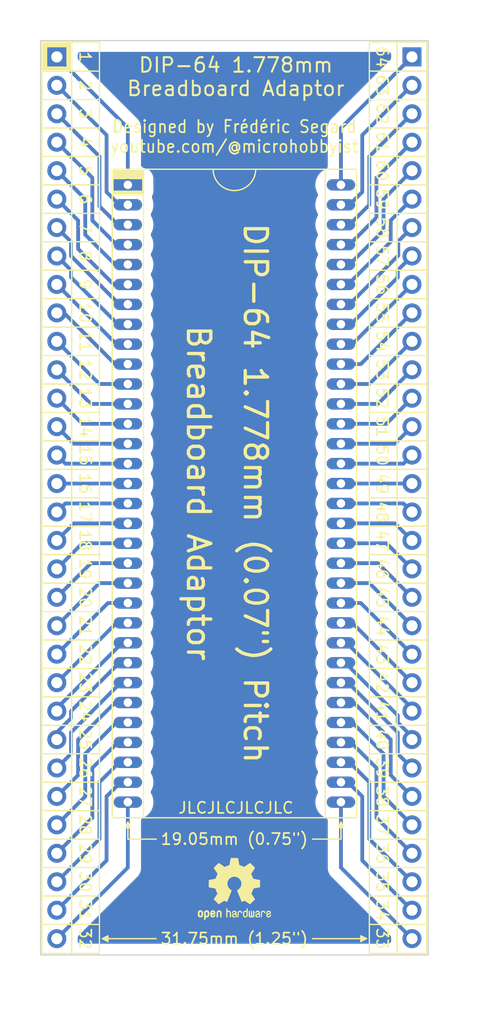
<source format=kicad_pcb>
(kicad_pcb (version 20211014) (generator pcbnew)
  (layers (0 "F.Cu" signal) (31 "B.Cu" signal) (34 "B.Paste" user) (35 "F.Paste" user) (36 "B.SilkS" user "B.Silkscreen") (37 "F.SilkS" user "F.Silkscreen") (38 "B.Mask" user) (39 "F.Mask" user) (44 "Edge.Cuts" user))
  (net 0 "")
  (net 1 "/1")
  (net 2 "/2")
  (net 3 "/3")
  (net 4 "/4")
  (net 5 "/5")
  (net 6 "/6")
  (net 7 "/7")
  (net 8 "/8")
  (net 9 "/9")
  (net 10 "/10")
  (net 11 "/11")
  (net 12 "/12")
  (net 13 "/13")
  (net 14 "/14")
  (net 15 "/15")
  (net 16 "/16")
  (net 17 "/17")
  (net 18 "/18")
  (net 19 "/19")
  (net 20 "/20")
  (net 21 "/21")
  (net 22 "/22")
  (net 23 "/23")
  (net 24 "/24")
  (net 25 "/25")
  (net 26 "/26")
  (net 27 "/27")
  (net 28 "/28")
  (net 29 "/29")
  (net 30 "/30")
  (net 31 "/31")
  (net 32 "/32")
  (net 33 "/64")
  (net 34 "/63")
  (net 35 "/62")
  (net 36 "/61")
  (net 37 "/60")
  (net 38 "/59")
  (net 39 "/58")
  (net 40 "/57")
  (net 41 "/56")
  (net 42 "/55")
  (net 43 "/54")
  (net 44 "/53")
  (net 45 "/52")
  (net 46 "/51")
  (net 47 "/50")
  (net 48 "/49")
  (net 49 "/48")
  (net 50 "/47")
  (net 51 "/46")
  (net 52 "/45")
  (net 53 "/44")
  (net 54 "/43")
  (net 55 "/42")
  (net 56 "/41")
  (net 57 "/40")
  (net 58 "/39")
  (net 59 "/38")
  (net 60 "/37")
  (net 61 "/36")
  (net 62 "/35")
  (net 63 "/34")
  (net 64 "/33")
  (footprint "0_Z80_Library:DIP 64 1.778 pitch" (layer "F.Cu") (at 118.11 57.15)
    (fp_text reference "U1")
    (fp_text value "DIP-64 1.778mm (0.07\") Pitch")
  )
  (footprint "Connector_PinHeader_2.54mm:PinHeader_1x32_P2.54mm_Vertical" (layer "F.Cu") (at 143.51 45.72)
    (fp_text reference "J2")
    (fp_text value "Header")
  )
  (footprint "Connector_PinHeader_2.54mm:PinHeader_1x32_P2.54mm_Vertical" (layer "F.Cu") (at 111.76 45.72)
    (fp_text reference "J1")
    (fp_text value "Header")
  )
  (footprint "Symbol:OSHW-Logo2_7.3x6mm_SilkScreen" (layer "F.Cu") (at 127.635 120.015)
    (fp_text reference "REF1" hide)
    (fp_text value "OSHW-Logo2_7.3x6mm_SilkScreen" hide)
  )
  (gr_line (start 144.78 118.11) (end 139.7 118.11) (layer "F.SilkS") (width 0.12))
  (gr_line (start 110.49 54.61) (end 115.57 54.61) (layer "F.SilkS") (width 0.12))
  (gr_line (start 110.49 97.79) (end 115.57 97.79) (layer "F.SilkS") (width 0.12))
  (gr_line (start 115.824 124.46) (end 116.332 124.333) (layer "F.SilkS") (width 0.12))
  (gr_line (start 110.49 100.33) (end 115.57 100.33) (layer "F.SilkS") (width 0.12))
  (gr_line (start 110.49 115.57) (end 115.57 115.57) (layer "F.SilkS") (width 0.12))
  (gr_line (start 144.8308 46.99) (end 139.7 46.99) (layer "F.SilkS") (width 0.12))
  (gr_line (start 113.09 46.99) (end 113.09 44.39) (layer "F.SilkS") (width 0.12))
  (gr_line (start 144.78 72.39) (end 139.7 72.39) (layer "F.SilkS") (width 0.12))
  (gr_line (start 110.49 107.95) (end 115.57 107.95) (layer "F.SilkS") (width 0.12))
  (gr_line (start 116.713 56.1594) (end 119.507 56.1594) (layer "F.SilkS") (width 0.12))
  (gr_line (start 136.906 114.554) (end 137.16 114.046) (layer "F.SilkS") (width 0.12))
  (gr_line (start 117.856 114.554) (end 118.11 114.046) (layer "F.SilkS") (width 0.12))
  (gr_line (start 110.6424 46.8122) (end 112.8776 46.8122) (layer "F.SilkS") (width 0.4))
  (gr_line (start 110.49 57.15) (end 115.57 57.15) (layer "F.SilkS") (width 0.12))
  (gr_line (start 110.49 87.63) (end 115.57 87.63) (layer "F.SilkS") (width 0.12))
  (gr_line (start 116.713 57.9374) (end 119.507 57.9374) (layer "F.SilkS") (width 0.12))
  (gr_line (start 144.78 120.65) (end 139.7 120.65) (layer "F.SilkS") (width 0.12))
  (gr_line (start 144.78 67.31) (end 139.7 67.31) (layer "F.SilkS") (width 0.12))
  (gr_line (start 144.78 107.95) (end 139.7 107.95) (layer "F.SilkS") (width 0.12))
  (gr_line (start 116.713 56.4642) (end 119.507 56.4642) (layer "F.SilkS") (width 0.12))
  (gr_line (start 144.78 77.47) (end 139.7 77.47) (layer "F.SilkS") (width 0.12))
  (gr_line (start 144.78 100.33) (end 139.7 100.33) (layer "F.SilkS") (width 0.12))
  (gr_line (start 144.78 74.93) (end 139.7 74.93) (layer "F.SilkS") (width 0.12))
  (gr_line (start 110.49 49.53) (end 115.57 49.53) (layer "F.SilkS") (width 0.12))
  (gr_line (start 138.938 124.714) (end 139.446 124.46) (layer "F.SilkS") (width 0.12))
  (gr_line (start 134.62 115.57) (end 137.16 115.57) (layer "F.SilkS") (width 0.12))
  (gr_line (start 116.332 124.714) (end 116.332 124.206) (layer "F.SilkS") (width 0.12))
  (gr_line (start 134.62 124.46) (end 139.446 124.46) (layer "F.SilkS") (width 0.12))
  (gr_line (start 118.11 114.046) (end 118.364 114.554) (layer "F.SilkS") (width 0.12))
  (gr_line (start 116.332 124.206) (end 115.824 124.46) (layer "F.SilkS") (width 0.12))
  (gr_line (start 144.78 85.09) (end 139.7 85.09) (layer "F.SilkS") (width 0.12))
  (gr_line (start 144.78 92.71) (end 139.7 92.71) (layer "F.SilkS") (width 0.12))
  (gr_line (start 110.49 123.19) (end 115.57 123.19) (layer "F.SilkS") (width 0.12))
  (gr_line (start 118.11 115.57) (end 118.11 114.046) (layer "F.SilkS") (width 0.12))
  (gr_line (start 112.8776 46.8122) (end 112.8776 44.577) (layer "F.SilkS") (width 0.4))
  (gr_line (start 116.332 124.587) (end 115.824 124.46) (layer "F.SilkS") (width 0.12))
  (gr_line (start 139.446 124.46) (end 138.938 124.206) (layer "F.SilkS") (width 0.12))
  (gr_line (start 110.49 105.41) (end 115.57 105.41) (layer "F.SilkS") (width 0.12))
  (gr_line (start 139.7 44.39) (end 139.7 125.79) (layer "F.SilkS") (width 0.12))
  (gr_line (start 144.78 115.57) (end 139.7 115.57) (layer "F.SilkS") (width 0.12))
  (gr_line (start 110.49 59.69) (end 115.57 59.69) (layer "F.SilkS") (width 0.12))
  (gr_line (start 144.78 87.63) (end 139.7 87.63) (layer "F.SilkS") (width 0.12))
  (gr_line (start 110.49 64.77) (end 115.57 64.77) (layer "F.SilkS") (width 0.12))
  (gr_line (start 144.78 80.01) (end 139.7 80.01) (layer "F.SilkS") (width 0.12))
  (gr_line (start 144.78 95.25) (end 139.7 95.25) (layer "F.SilkS") (width 0.12))
  (gr_line (start 118.11 114.046) (end 118.237 114.554) (layer "F.SilkS") (width 0.12))
  (gr_line (start 116.713 57.7342) (end 119.507 57.7342) (layer "F.SilkS") (width 0.12))
  (gr_line (start 118.11 114.046) (end 117.983 114.554) (layer "F.SilkS") (width 0.12))
  (gr_line (start 110.49 95.25) (end 115.57 95.25) (layer "F.SilkS") (width 0.12))
  (gr_line (start 115.57 44.39) (end 115.57 125.79) (layer "F.SilkS") (width 0.12))
  (gr_line (start 142.18 45.72) (end 142.18 46.99) (layer "F.SilkS") (width 0.12))
  (gr_line (start 137.16 114.046) (end 137.033 114.554) (layer "F.SilkS") (width 0.12))
  (gr_line (start 110.49 62.23) (end 115.57 62.23) (layer "F.SilkS") (width 0.12))
  (gr_line (start 110.49 67.31) (end 115.57 67.31) (layer "F.SilkS") (width 0.12))
  (gr_line (start 144.78 62.23) (end 139.7 62.23) (layer "F.SilkS") (width 0.12))
  (gr_line (start 138.938 124.206) (end 139.446 124.46) (layer "F.SilkS") (width 0.12))
  (gr_line (start 113.09 44.39) (end 115.57 44.39) (layer "F.SilkS") (width 0.12))
  (gr_line (start 144.78 113.03) (end 139.7 113.03) (layer "F.SilkS") (width 0.12))
  (gr_line (start 144.78 105.41) (end 139.7 105.41) (layer "F.SilkS") (width 0.12))
  (gr_line (start 144.78 54.61) (end 139.7 54.61) (layer "F.SilkS") (width 0.12))
  (gr_line (start 110.49 120.65) (end 115.57 120.65) (layer "F.SilkS") (width 0.12))
  (gr_line (start 144.78 52.07) (end 139.7 52.07) (layer "F.SilkS") (width 0.12))
  (gr_line (start 116.713 56.261) (end 119.507 56.261) (layer "F.SilkS") (width 0.12))
  (gr_line (start 110.49 82.55) (end 115.57 82.55) (layer "F.SilkS") (width 0.12))
  (gr_line (start 139.7 44.39) (end 144.84 44.39) (layer "F.SilkS") (width 0.12))
  (gr_line (start 137.16 115.57) (end 137.16 114.046) (layer "F.SilkS") (width 0.12))
  (gr_line (start 116.713 56.5658) (end 119.507 56.5658) (layer "F.SilkS") (width 0.12))
  (gr_line (start 110.49 77.47) (end 115.57 77.47) (layer "F.SilkS") (width 0.12))
  (gr_line (start 110.43 46.99) (end 110.43 45.6946) (layer "F.SilkS") (width 0.12))
  (gr_line (start 119.4562 57.7342) (end 119.4562 56.5404) (layer "F.SilkS") (width 0.12))
  (gr_line (start 112.6998 46.6598) (end 112.6998 44.7802) (layer "F.SilkS") (width 0.15))
  (gr_line (start 137.16 114.046) (end 137.287 114.554) (layer "F.SilkS") (width 0.12))
  (gr_line (start 118.364 114.554) (end 117.856 114.554) (layer "F.SilkS") (width 0.12))
  (gr_line (start 110.49 52.07) (end 115.57 52.07) (layer "F.SilkS") (width 0.12))
  (gr_line (start 110.49 110.49) (end 115.57 110.49) (layer "F.SilkS") (width 0.12))
  (gr_line (start 144.78 110.49) (end 139.7 110.49) (layer "F.SilkS") (width 0.12))
  (gr_line (start 116.713 55.8546) (end 119.507 55.8546) (layer "F.SilkS") (width 0.12))
  (gr_line (start 110.49 80.01) (end 115.57 80.01) (layer "F.SilkS") (width 0.12))
  (gr_line (start 139.446 124.46) (end 138.938 124.333) (layer "F.SilkS") (width 0.12))
  (gr_line (start 116.713 57.8358) (end 119.507 57.8358) (layer "F.SilkS") (width 0.12))
  (gr_line (start 137.16 114.046) (end 137.414 114.554) (layer "F.SilkS") (width 0.12))
  (gr_line (start 144.78 82.55) (end 139.7 82.55) (layer "F.SilkS") (width 0.12))
  (gr_line (start 142.18 125.79) (end 139.7 125.79) (layer "F.SilkS") (width 0.12))
  (gr_line (start 110.49 69.85) (end 115.57 69.85) (layer "F.SilkS") (width 0.12))
  (gr_line (start 110.49 85.09) (end 115.57 85.09) (layer "F.SilkS") (width 0.12))
  (gr_line (start 116.713 56.0578) (end 119.507 56.0578) (layer "F.SilkS") (width 0.12))
  (gr_line (start 144.84 46.99) (end 144.84 44.39) (layer "F.SilkS") (width 0.12))
  (gr_line (start 115.57 46.99) (end 113.09 46.99) (layer "F.SilkS") (width 0.12))
  (gr_line (start 144.78 49.53) (end 139.7 49.53) (layer "F.SilkS") (width 0.15))
  (gr_line (start 144.78 97.79) (end 139.7 97.79) (layer "F.SilkS") (width 0.12))
  (gr_line (start 116.713 55.9562) (end 119.507 55.9562) (layer "F.SilkS") (width 0.12))
  (gr_line (start 112.8776 44.577) (end 110.6424 44.577) (layer "F.SilkS") (width 0.4))
  (gr_line (start 116.713 56.3626) (end 119.507 56.3626) (layer "F.SilkS") (width 0.12))
  (gr_line (start 110.49 92.71) (end 115.57 92.71) (layer "F.SilkS") (width 0.12))
  (gr_line (start 138.938 124.587) (end 139.446 124.46) (layer "F.SilkS") (width 0.12))
  (gr_line (start 116.7638 57.7723) (end 116.7638 56.5785) (layer "F.SilkS") (width 0.12))
  (gr_line (start 144.78 64.77) (end 139.7 64.77) (layer "F.SilkS") (width 0.12))
  (gr_line (start 116.713 58.039) (end 119.507 58.039) (layer "F.SilkS") (width 0.12))
  (gr_line (start 113.09 125.79) (end 115.57 125.79) (layer "F.SilkS") (width 0.12))
  (gr_line (start 111.76 44.39) (end 113.09 44.39) (layer "F.SilkS") (width 0.12))
  (gr_line (start 110.49 72.39) (end 115.57 72.39) (layer "F.SilkS") (width 0.12))
  (gr_line (start 110.8202 44.7802) (end 110.8202 46.6598) (layer "F.SilkS") (width 0.15))
  (gr_line (start 144.78 90.17) (end 139.7 90.17) (layer "F.SilkS") (width 0.12))
  (gr_line (start 110.8202 46.6598) (end 112.6998 46.6598) (layer "F.SilkS") (width 0.15))
  (gr_line (start 110.6424 44.577) (end 110.6424 46.8122) (layer "F.SilkS") (width 0.4))
  (gr_line (start 110.49 74.93) (end 115.57 74.93) (layer "F.SilkS") (width 0.12))
  (gr_line (start 144.78 69.85) (end 139.7 69.85) (layer "F.SilkS") (width 0.12))
  (gr_line (start 110.49 102.87) (end 115.57 102.87) (layer "F.SilkS") (width 0.12))
  (gr_line (start 120.65 124.46) (end 115.824 124.46) (layer "F.SilkS") (width 0.12))
  (gr_line (start 144.78 59.69) (end 139.7 59.69) (layer "F.SilkS") (width 0.12))
  (gr_line (start 120.65 115.57) (end 118.11 115.57) (layer "F.SilkS") (width 0.12))
  (gr_line (start 112.6998 44.7802) (end 110.8202 44.7802) (layer "F.SilkS") (width 0.15))
  (gr_line (start 144.78 57.15) (end 139.7 57.15) (layer "F.SilkS") (width 0.12))
  (gr_line (start 110.49 118.11) (end 115.57 118.11) (layer "F.SilkS") (width 0.12))
  (gr_line (start 115.824 124.46) (end 116.332 124.714) (layer "F.SilkS") (width 0.12))
  (gr_line (start 138.938 124.714) (end 138.938 124.206) (layer "F.SilkS") (width 0.12))
  (gr_line (start 110.49 113.03) (end 115.57 113.03) (layer "F.SilkS") (width 0.12))
  (gr_line (start 137.414 114.554) (end 136.906 114.554) (layer "F.SilkS") (width 0.12))
  (gr_line (start 144.78 123.19) (end 139.7 123.19) (layer "F.SilkS") (width 0.12))
  (gr_line (start 110.49 90.17) (end 115.57 90.17) (layer "F.SilkS") (width 0.12))
  (gr_line (start 144.78 102.87) (end 139.7 102.87) (layer "F.SilkS") (width 0.12))
  (gr_line (start 110.2995 44.2595) (end 144.9705 44.2595) (layer "Edge.Cuts") (width 0.1))
  (gr_line (start 110.2995 125.9205) (end 110.2995 44.2595) (layer "Edge.Cuts") (width 0.1))
  (gr_line (start 144.9705 44.2595) (end 144.9705 125.9205) (layer "Edge.Cuts") (width 0.1))
  (gr_line (start 144.9705 125.9205) (end 110.2995 125.9205) (layer "Edge.Cuts") (width 0.1))
  (gr_text "27" (at 114.3 111.76 270) (layer "F.SilkS") (effects (font (size 1 1))))
  (gr_text "32" (at 114.3 124.46 270) (layer "F.SilkS") (effects (font (size 1 1))))
  (gr_text "52" (at 140.843 76.2 270) (layer "F.SilkS") (effects (font (size 1 1))))
  (gr_text "30" (at 114.3 119.38 270) (layer "F.SilkS") (effects (font (size 1 1))))
  (gr_text "46" (at 140.843 91.44 270) (layer "F.SilkS") (effects (font (size 1 1))))
  (gr_text "Designed by Frédéric Segard\nyoutube.com/@microhobbyist" (at 127.635 52.832) (layer "F.SilkS") (effects (font (size 1.1 1))))
  (gr_text "33" (at 140.843 124.46 270) (layer "F.SilkS") (effects (font (size 1 1))))
  (gr_text "28" (at 114.3 114.3 270) (layer "F.SilkS") (effects (font (size 1 1))))
  (gr_text "5" (at 114.3 55.88 270) (layer "F.SilkS") (effects (font (size 1 1))))
  (gr_text "57" (at 140.843 63.5 270) (layer "F.SilkS") (effects (font (size 1 1))))
  (gr_text "61" (at 140.843 53.34 270) (layer "F.SilkS") (effects (font (size 1 1))))
  (gr_text "15" (at 114.3 81.28 270) (layer "F.SilkS") (effects (font (size 1 1))))
  (gr_text "4" (at 114.3 53.34 270) (layer "F.SilkS") (effects (font (size 1 1))))
  (gr_text "64" (at 140.843 45.72 270) (layer "F.SilkS") (effects (font (size 1 1))))
  (gr_text "1" (at 114.3 45.72 270) (layer "F.SilkS") (effects (font (size 1 1))))
  (gr_text "55" (at 140.843 68.58 270) (layer "F.SilkS") (effects (font (size 1 1))))
  (gr_text "19" (at 114.3 91.44 270) (layer "F.SilkS") (effects (font (size 1 1))))
  (gr_text "58" (at 140.843 60.96 270) (layer "F.SilkS") (effects (font (size 1 1))))
  (gr_text "56" (at 140.843 66.04 270) (layer "F.SilkS") (effects (font (size 1 1))))
  (gr_text "62" (at 140.843 50.8 270) (layer "F.SilkS") (effects (font (size 1 1))))
  (gr_text "21" (at 114.3 96.52 270) (layer "F.SilkS") (effects (font (size 1 1))))
  (gr_text "63" (at 140.843 48.26 270) (layer "F.SilkS") (effects (font (size 1 1))))
  (gr_text "29" (at 114.3 116.84 270) (layer "F.SilkS") (effects (font (size 1 1))))
  (gr_text "42" (at 140.843 101.6 270) (layer "F.SilkS") (effects (font (size 1 1))))
  (gr_text "45" (at 140.843 93.98 270) (layer "F.SilkS") (effects (font (size 1 1))))
  (gr_text "41" (at 140.843 104.14 270) (layer "F.SilkS") (effects (font (size 1 1))))
  (gr_text "17" (at 114.3 86.36 270) (layer "F.SilkS") (effects (font (size 1 1))))
  (gr_text "16" (at 114.3 83.82 270) (layer "F.SilkS") (effects (font (size 1 1))))
  (gr_text "49" (at 140.843 83.82 270) (layer "F.SilkS") (effects (font (size 1 1))))
  (gr_text "50" (at 140.843 81.28 270) (layer "F.SilkS") (effects (font (size 1 1))))
  (gr_text "JLCJLCJLCJLC" (at 127.762 112.776) (layer "F.SilkS") (effects (font (size 1 1))))
  (gr_text "24" (at 114.3 104.14 270) (layer "F.SilkS") (effects (font (size 1 1))))
  (gr_text "47" (at 140.843 88.9 270) (layer "F.SilkS") (effects (font (size 1 1))))
  (gr_text "38" (at 140.843 111.76 270) (layer "F.SilkS") (effects (font (size 1 1))))
  (gr_text "31" (at 114.3 121.92 270) (layer "F.SilkS") (effects (font (size 1 1))))
  (gr_text "48" (at 140.843 86.36 270) (layer "F.SilkS") (effects (font (size 1 1))))
  (gr_text "36" (at 140.843 116.84 270) (layer "F.SilkS") (effects (font (size 1 1))))
  (gr_text "53" (at 140.843 73.66 270) (layer "F.SilkS") (effects (font (size 1 1))))
  (gr_text "43" (at 140.843 99.06 270) (layer "F.SilkS") (effects (font (size 1 1))))
  (gr_text "37" (at 140.843 114.3 270) (layer "F.SilkS") (effects (font (size 1 1))))
  (gr_text "60" (at 140.843 55.88 270) (layer "F.SilkS") (effects (font (size 1 1))))
  (gr_text "31.75mm (1.25{dblquote})" (at 127.635 124.46) (layer "F.SilkS") (effects (font (size 1 1))))
  (gr_text "35" (at 140.843 119.38 270) (layer "F.SilkS") (effects (font (size 1 1))))
  (gr_text "59" (at 140.843 58.42 270) (layer "F.SilkS") (effects (font (size 1 1))))
  (gr_text "8" (at 114.3 63.5 270) (layer "F.SilkS") (effects (font (size 1 1))))
  (gr_text "54" (at 140.843 71.12 270) (layer "F.SilkS") (effects (font (size 1 1))))
  (gr_text "22" (at 114.3 99.06 270) (layer "F.SilkS") (effects (font (size 1 1))))
  (gr_text "14" (at 114.3 78.74 270) (layer "F.SilkS") (effects (font (size 1 1))))
  (gr_text "51" (at 140.843 78.74 270) (layer "F.SilkS") (effects (font (size 1 1))))
  (gr_text "3" (at 114.3 50.8 270) (layer "F.SilkS") (effects (font (size 1 1))))
  (gr_text "6" (at 114.3 58.42 270) (layer "F.SilkS") (effects (font (size 1 1))))
  (gr_text "18" (at 114.3 88.9 270) (layer "F.SilkS") (effects (font (size 1 1))))
  (gr_text "39" (at 140.843 109.22 270) (layer "F.SilkS") (effects (font (size 1 1))))
  (gr_text "25" (at 114.3 106.68 270) (layer "F.SilkS") (effects (font (size 1 1))))
  (gr_text "13" (at 114.3 76.2 270) (layer "F.SilkS") (effects (font (size 1 1))))
  (gr_text "26" (at 114.3 109.22 270) (layer "F.SilkS") (effects (font (size 1 1))))
  (gr_text "11" (at 114.3 71.12 270) (layer "F.SilkS") (effects (font (size 1 1))))
  (gr_text "23" (at 114.3 101.6 270) (layer "F.SilkS") (effects (font (size 1 1))))
  (gr_text "7" (at 114.3 60.96 270) (layer "F.SilkS") (effects (font (size 1 1))))
  (gr_text "20" (at 114.3 93.98 270) (layer "F.SilkS") (effects (font (size 1 1))))
  (gr_text "12" (at 114.3 73.66 270) (layer "F.SilkS") (effects (font (size 1 1))))
  (gr_text "2" (at 114.3 48.26 270) (layer "F.SilkS") (effects (font (size 1 1))))
  (gr_text "44" (at 140.843 96.52 270) (layer "F.SilkS") (effects (font (size 1 1))))
  (gr_text "Breadboard Adaptor" (at 124.4346 84.6836 270) (layer "F.SilkS") (effects (font (size 2 2) (thickness 0.3))))
  (gr_text "34" (at 140.843 121.92 270) (layer "F.SilkS") (effects (font (size 1 1))))
  (gr_text "9" (at 114.3 66.04 270) (layer "F.SilkS") (effects (font (size 1 1))))
  (gr_text "10" (at 114.3 68.58 270) (layer "F.SilkS") (effects (font (size 1 1))))
  (gr_text "40" (at 140.843 106.68 270) (layer "F.SilkS") (effects (font (size 1 1))))
  (gr_text "DIP-64 1.778mm\nBreadboard Adaptor" (at 127.762 47.498) (layer "F.SilkS") (effects (font (size 1.3 1.3) (thickness 0.18))))
  (gr_text "19.05mm (0.75{dblquote})" (at 127.635 115.57) (layer "F.SilkS") (effects (font (size 1 1))))
  (segment (start 118.11 57.15) (end 118.11 52.07) (width 0.333) (layer "F.Cu") (net 1))
  (segment (start 118.11 52.07) (end 111.76 45.72) (width 0.333) (layer "F.Cu") (net 1))
  (segment (start 111.76 45.72) (end 118.11 52.07) (width 0.333) (layer "B.Cu") (net 1))
  (segment (start 118.11 52.07) (end 118.11 57.15) (width 0.333) (layer "B.Cu") (net 1))
  (segment (start 118.11 58.928) (end 117.348 58.928) (width 0.333) (layer "F.Cu") (net 2))
  (segment (start 116.205 52.705) (end 111.76 48.26) (width 0.333) (layer "F.Cu") (net 2))
  (segment (start 116.205 57.785) (end 116.205 52.705) (width 0.333) (layer "F.Cu") (net 2))
  (segment (start 117.348 58.928) (end 116.205 57.785) (width 0.333) (layer "F.Cu") (net 2))
  (segment (start 116.205 52.705) (end 116.205 57.785) (width 0.333) (layer "B.Cu") (net 2))
  (segment (start 117.348 58.928) (end 118.11 58.928) (width 0.333) (layer "B.Cu") (net 2))
  (segment (start 116.205 57.785) (end 117.348 58.928) (width 0.333) (layer "B.Cu") (net 2))
  (segment (start 111.76 48.26) (end 116.205 52.705) (width 0.333) (layer "B.Cu") (net 2))
  (segment (start 115.57 59.055) (end 117.221 60.706) (width 0.333) (layer "F.Cu") (net 3))
  (segment (start 111.76 50.8) (end 115.57 54.61) (width 0.333) (layer "F.Cu") (net 3))
  (segment (start 115.57 54.61) (end 115.57 59.055) (width 0.333) (layer "F.Cu") (net 3))
  (segment (start 117.221 60.706) (end 118.11 60.706) (width 0.333) (layer "F.Cu") (net 3))
  (segment (start 115.57 59.055) (end 117.221 60.706) (width 0.333) (layer "B.Cu") (net 3))
  (segment (start 115.57 54.61) (end 111.76 50.8) (width 0.333) (layer "B.Cu") (net 3))
  (segment (start 115.57 54.61) (end 115.57 59.055) (width 0.333) (layer "B.Cu") (net 3))
  (segment (start 117.221 60.706) (end 118.11 60.706) (width 0.333) (layer "B.Cu") (net 3))
  (segment (start 114.935 56.515) (end 114.935 60.325) (width 0.333) (layer "F.Cu") (net 4))
  (segment (start 114.935 60.325) (end 117.094 62.484) (width 0.333) (layer "F.Cu") (net 4))
  (segment (start 111.76 53.34) (end 114.935 56.515) (width 0.333) (layer "F.Cu") (net 4))
  (segment (start 117.094 62.484) (end 118.11 62.484) (width 0.333) (layer "F.Cu") (net 4))
  (segment (start 114.935 60.325) (end 114.935 56.515) (width 0.333) (layer "B.Cu") (net 4))
  (segment (start 117.094 62.484) (end 114.935 60.325) (width 0.333) (layer "B.Cu") (net 4))
  (segment (start 118.11 62.484) (end 117.094 62.484) (width 0.333) (layer "B.Cu") (net 4))
  (segment (start 114.935 56.515) (end 111.76 53.34) (width 0.333) (layer "B.Cu") (net 4))
  (segment (start 116.967 64.262) (end 118.11 64.262) (width 0.333) (layer "F.Cu") (net 5))
  (segment (start 114.3 61.595) (end 116.967 64.262) (width 0.333) (layer "F.Cu") (net 5))
  (segment (start 114.3 58.42) (end 114.3 61.595) (width 0.333) (layer "F.Cu") (net 5))
  (segment (start 111.76 55.88) (end 114.3 58.42) (width 0.333) (layer "F.Cu") (net 5))
  (segment (start 116.967 64.262) (end 114.3 61.595) (width 0.333) (layer "B.Cu") (net 5))
  (segment (start 114.3 58.42) (end 111.76 55.88) (width 0.333) (layer "B.Cu") (net 5))
  (segment (start 118.11 64.262) (end 116.967 64.262) (width 0.333) (layer "B.Cu") (net 5))
  (segment (start 114.3 61.595) (end 114.3 58.42) (width 0.333) (layer "B.Cu") (net 5))
  (segment (start 111.76 58.42) (end 113.665 60.325) (width 0.333) (layer "F.Cu") (net 6))
  (segment (start 113.665 62.865) (end 116.84 66.04) (width 0.333) (layer "F.Cu") (net 6))
  (segment (start 113.665 60.325) (end 113.665 62.865) (width 0.333) (layer "F.Cu") (net 6))
  (segment (start 116.84 66.04) (end 118.11 66.04) (width 0.333) (layer "F.Cu") (net 6))
  (segment (start 116.84 66.04) (end 113.665 62.865) (width 0.333) (layer "B.Cu") (net 6))
  (segment (start 118.11 66.04) (end 116.84 66.04) (width 0.333) (layer "B.Cu") (net 6))
  (segment (start 113.665 60.325) (end 111.76 58.42) (width 0.333) (layer "B.Cu") (net 6))
  (segment (start 113.665 62.865) (end 113.665 60.325) (width 0.333) (layer "B.Cu") (net 6))
  (segment (start 113.03 62.23) (end 113.03 63.5) (width 0.333) (layer "F.Cu") (net 7))
  (segment (start 117.348 67.818) (end 118.11 67.818) (width 0.333) (layer "F.Cu") (net 7))
  (segment (start 113.03 63.5) (end 117.348 67.818) (width 0.333) (layer "F.Cu") (net 7))
  (segment (start 111.76 60.96) (end 113.03 62.23) (width 0.333) (layer "F.Cu") (net 7))
  (segment (start 113.03 62.23) (end 113.03 63.5) (width 0.333) (layer "B.Cu") (net 7))
  (segment (start 113.03 63.5) (end 117.348 67.818) (width 0.333) (layer "B.Cu") (net 7))
  (segment (start 111.76 60.96) (end 113.03 62.23) (width 0.333) (layer "B.Cu") (net 7))
  (segment (start 117.348 67.818) (end 118.11 67.818) (width 0.333) (layer "B.Cu") (net 7))
  (segment (start 111.76 63.5) (end 113.03 64.77) (width 0.333) (layer "F.Cu") (net 8))
  (segment (start 117.221 69.596) (end 118.11 69.596) (width 0.333) (layer "F.Cu") (net 8))
  (segment (start 113.03 65.405) (end 117.221 69.596) (width 0.333) (layer "F.Cu") (net 8))
  (segment (start 113.03 64.77) (end 113.03 65.405) (width 0.333) (layer "F.Cu") (net 8))
  (segment (start 111.76 63.5) (end 113.03 64.77) (width 0.333) (layer "B.Cu") (net 8))
  (segment (start 118.11 69.596) (end 117.221 69.596) (width 0.333) (layer "B.Cu") (net 8))
  (segment (start 113.03 65.405) (end 113.03 64.77) (width 0.333) (layer "B.Cu") (net 8))
  (segment (start 117.221 69.596) (end 113.03 65.405) (width 0.333) (layer "B.Cu") (net 8))
  (segment (start 117.094 71.374) (end 118.11 71.374) (width 0.333) (layer "F.Cu") (net 9))
  (segment (start 111.76 66.04) (end 117.094 71.374) (width 0.333) (layer "F.Cu") (net 9))
  (segment (start 111.76 66.04) (end 117.094 71.374) (width 0.333) (layer "B.Cu") (net 9))
  (segment (start 117.094 71.374) (end 118.11 71.374) (width 0.333) (layer "B.Cu") (net 9))
  (segment (start 116.967 73.152) (end 118.11 73.152) (width 0.333) (layer "F.Cu") (net 10))
  (segment (start 112.395 68.58) (end 116.967 73.152) (width 0.333) (layer "F.Cu") (net 10))
  (segment (start 111.76 68.58) (end 112.395 68.58) (width 0.333) (layer "F.Cu") (net 10))
  (segment (start 116.967 73.152) (end 112.395 68.58) (width 0.333) (layer "B.Cu") (net 10))
  (segment (start 112.395 68.58) (end 111.76 68.58) (width 0.333) (layer "B.Cu") (net 10))
  (segment (start 118.11 73.152) (end 116.967 73.152) (width 0.333) (layer "B.Cu") (net 10))
  (segment (start 111.76 71.12) (end 115.57 74.93) (width 0.333) (layer "F.Cu") (net 11))
  (segment (start 115.57 74.93) (end 118.11 74.93) (width 0.333) (layer "F.Cu") (net 11))
  (segment (start 115.57 74.93) (end 118.11 74.93) (width 0.333) (layer "B.Cu") (net 11))
  (segment (start 111.76 71.12) (end 115.57 74.93) (width 0.333) (layer "B.Cu") (net 11))
  (segment (start 114.808 76.708) (end 118.11 76.708) (width 0.333) (layer "F.Cu") (net 12))
  (segment (start 111.76 73.66) (end 114.808 76.708) (width 0.333) (layer "F.Cu") (net 12))
  (segment (start 114.808 76.708) (end 118.11 76.708) (width 0.333) (layer "B.Cu") (net 12))
  (segment (start 111.76 73.66) (end 114.808 76.708) (width 0.333) (layer "B.Cu") (net 12))
  (segment (start 111.76 76.2) (end 114.046 78.486) (width 0.333) (layer "F.Cu") (net 13))
  (segment (start 114.046 78.486) (end 118.11 78.486) (width 0.333) (layer "F.Cu") (net 13))
  (segment (start 114.046 78.486) (end 118.11 78.486) (width 0.333) (layer "B.Cu") (net 13))
  (segment (start 111.76 76.2) (end 114.046 78.486) (width 0.333) (layer "B.Cu") (net 13))
  (segment (start 113.284 80.264) (end 118.11 80.264) (width 0.333) (layer "F.Cu") (net 14))
  (segment (start 111.76 78.74) (end 113.284 80.264) (width 0.333) (layer "F.Cu") (net 14))
  (segment (start 113.284 80.264) (end 118.11 80.264) (width 0.333) (layer "B.Cu") (net 14))
  (segment (start 111.76 78.74) (end 113.284 80.264) (width 0.333) (layer "B.Cu") (net 14))
  (segment (start 118.11 82.042) (end 112.522 82.042) (width 0.333) (layer "F.Cu") (net 15))
  (segment (start 112.522 82.042) (end 111.76 81.28) (width 0.333) (layer "F.Cu") (net 15))
  (segment (start 111.76 81.28) (end 112.522 82.042) (width 0.333) (layer "B.Cu") (net 15))
  (segment (start 112.522 82.042) (end 118.11 82.042) (width 0.333) (layer "B.Cu") (net 15))
  (segment (start 118.11 83.82) (end 111.76 83.82) (width 0.333) (layer "F.Cu") (net 16))
  (segment (start 118.11 83.82) (end 111.76 83.82) (width 0.333) (layer "B.Cu") (net 16))
  (segment (start 118.11 85.598) (end 112.522 85.598) (width 0.333) (layer "F.Cu") (net 17))
  (segment (start 112.522 85.598) (end 111.76 86.36) (width 0.333) (layer "F.Cu") (net 17))
  (segment (start 112.522 85.598) (end 111.76 86.36) (width 0.333) (layer "B.Cu") (net 17))
  (segment (start 118.11 85.598) (end 112.522 85.598) (width 0.333) (layer "B.Cu") (net 17))
  (segment (start 118.11 87.376) (end 113.284 87.376) (width 0.333) (layer "F.Cu") (net 18))
  (segment (start 113.284 87.376) (end 111.76 88.9) (width 0.333) (layer "F.Cu") (net 18))
  (segment (start 118.11 87.376) (end 113.284 87.376) (width 0.333) (layer "B.Cu") (net 18))
  (segment (start 113.284 87.376) (end 111.76 88.9) (width 0.333) (layer "B.Cu") (net 18))
  (segment (start 118.11 89.154) (end 114.046 89.154) (width 0.333) (layer "F.Cu") (net 19))
  (segment (start 114.046 89.154) (end 111.76 91.44) (width 0.333) (layer "F.Cu") (net 19))
  (segment (start 118.11 89.154) (end 114.046 89.154) (width 0.333) (layer "B.Cu") (net 19))
  (segment (start 114.046 89.154) (end 111.76 91.44) (width 0.333) (layer "B.Cu") (net 19))
  (segment (start 114.808 90.932) (end 118.11 90.932) (width 0.333) (layer "F.Cu") (net 20))
  (segment (start 111.76 93.98) (end 114.808 90.932) (width 0.333) (layer "F.Cu") (net 20))
  (segment (start 114.808 90.932) (end 111.76 93.98) (width 0.333) (layer "B.Cu") (net 20))
  (segment (start 118.11 90.932) (end 114.808 90.932) (width 0.333) (layer "B.Cu") (net 20))
  (segment (start 115.57 92.71) (end 118.11 92.71) (width 0.333) (layer "F.Cu") (net 21))
  (segment (start 111.76 96.52) (end 115.57 92.71) (width 0.333) (layer "F.Cu") (net 21))
  (segment (start 118.11 92.71) (end 115.57 92.71) (width 0.333) (layer "B.Cu") (net 21))
  (segment (start 115.57 92.71) (end 111.76 96.52) (width 0.333) (layer "B.Cu") (net 21))
  (segment (start 116.332 94.488) (end 118.11 94.488) (width 0.333) (layer "F.Cu") (net 22))
  (segment (start 111.76 99.06) (end 116.332 94.488) (width 0.333) (layer "F.Cu") (net 22))
  (segment (start 118.11 94.488) (end 116.332 94.488) (width 0.333) (layer "B.Cu") (net 22))
  (segment (start 116.332 94.488) (end 111.76 99.06) (width 0.333) (layer "B.Cu") (net 22))
  (segment (start 117.094 96.266) (end 118.11 96.266) (width 0.333) (layer "F.Cu") (net 23))
  (segment (start 111.76 101.6) (end 117.094 96.266) (width 0.333) (layer "F.Cu") (net 23))
  (segment (start 118.11 96.266) (end 117.094 96.266) (width 0.333) (layer "B.Cu") (net 23))
  (segment (start 117.094 96.266) (end 111.76 101.6) (width 0.333) (layer "B.Cu") (net 23))
  (segment (start 111.76 104.14) (end 111.76 103.886) (width 0.333) (layer "F.Cu") (net 24))
  (segment (start 117.602 98.044) (end 118.11 98.044) (width 0.333) (layer "F.Cu") (net 24))
  (segment (start 111.76 103.886) (end 117.602 98.044) (width 0.333) (layer "F.Cu") (net 24))
  (segment (start 111.76 104.14) (end 111.76 103.886) (width 0.333) (layer "B.Cu") (net 24))
  (segment (start 118.11 98.044) (end 117.856 98.044) (width 0.333) (layer "B.Cu") (net 24))
  (segment (start 111.76 103.886) (end 117.602 98.044) (width 0.333) (layer "B.Cu") (net 24))
  (segment (start 117.602 98.044) (end 118.11 98.044) (width 0.25) (layer "B.Cu") (net 24))
  (segment (start 113.03 104.14) (end 117.348 99.822) (width 0.333) (layer "F.Cu") (net 25))
  (segment (start 117.348 99.822) (end 118.11 99.822) (width 0.333) (layer "F.Cu") (net 25))
  (segment (start 113.03 104.775) (end 113.03 104.14) (width 0.333) (layer "F.Cu") (net 25))
  (segment (start 111.76 106.68) (end 111.76 106.045) (width 0.333) (layer "F.Cu") (net 25))
  (segment (start 111.76 106.045) (end 113.03 104.775) (width 0.333) (layer "F.Cu") (net 25))
  (segment (start 113.03 104.775) (end 113.03 104.14) (width 0.333) (layer "B.Cu") (net 25))
  (segment (start 113.03 104.14) (end 117.348 99.822) (width 0.333) (layer "B.Cu") (net 25))
  (segment (start 111.76 106.045) (end 113.03 104.775) (width 0.333) (layer "B.Cu") (net 25))
  (segment (start 117.348 99.822) (end 118.11 99.822) (width 0.333) (layer "B.Cu") (net 25))
  (segment (start 111.76 106.68) (end 111.76 106.045) (width 0.333) (layer "B.Cu") (net 25))
  (segment (start 113.03 106.045) (end 117.475 101.6) (width 0.333) (layer "F.Cu") (net 26))
  (segment (start 111.76 109.22) (end 113.03 107.95) (width 0.333) (layer "F.Cu") (net 26))
  (segment (start 117.475 101.6) (end 118.11 101.6) (width 0.333) (layer "F.Cu") (net 26))
  (segment (start 113.03 107.95) (end 113.03 106.045) (width 0.333) (layer "F.Cu") (net 26))
  (segment (start 117.475 101.6) (end 118.11 101.6) (width 0.333) (layer "B.Cu") (net 26))
  (segment (start 113.03 107.95) (end 113.03 106.045) (width 0.333) (layer "B.Cu") (net 26))
  (segment (start 111.76 109.22) (end 113.03 107.95) (width 0.333) (layer "B.Cu") (net 26))
  (segment (start 113.03 106.045) (end 117.475 101.6) (width 0.333) (layer "B.Cu") (net 26))
  (segment (start 116.967 103.378) (end 118.11 103.378) (width 0.333) (layer "F.Cu") (net 27))
  (segment (start 113.665 109.855) (end 113.665 106.68) (width 0.333) (layer "F.Cu") (net 27))
  (segment (start 113.665 106.68) (end 116.967 103.378) (width 0.333) (layer "F.Cu") (net 27))
  (segment (start 111.76 111.76) (end 113.665 109.855) (width 0.333) (layer "F.Cu") (net 27))
  (segment (start 111.76 111.76) (end 113.665 109.855) (width 0.333) (layer "B.Cu") (net 27))
  (segment (start 113.665 109.855) (end 113.665 106.68) (width 0.333) (layer "B.Cu") (net 27))
  (segment (start 116.967 103.378) (end 118.11 103.378) (width 0.333) (layer "B.Cu") (net 27))
  (segment (start 113.665 106.68) (end 116.967 103.378) (width 0.333) (layer "B.Cu") (net 27))
  (segment (start 114.3 111.76) (end 114.3 107.95) (width 0.333) (layer "F.Cu") (net 28))
  (segment (start 111.76 114.3) (end 114.3 111.76) (width 0.333) (layer "F.Cu") (net 28))
  (segment (start 114.3 107.95) (end 117.094 105.156) (width 0.333) (layer "F.Cu") (net 28))
  (segment (start 117.094 105.156) (end 118.11 105.156) (width 0.333) (layer "F.Cu") (net 28))
  (segment (start 111.76 114.3) (end 114.3 111.76) (width 0.333) (layer "B.Cu") (net 28))
  (segment (start 117.094 105.156) (end 118.11 105.156) (width 0.333) (layer "B.Cu") (net 28))
  (segment (start 114.3 107.95) (end 117.094 105.156) (width 0.333) (layer "B.Cu") (net 28))
  (segment (start 114.3 111.76) (end 114.3 107.95) (width 0.333) (layer "B.Cu") (net 28))
  (segment (start 114.935 113.665) (end 114.935 109.22) (width 0.333) (layer "F.Cu") (net 29))
  (segment (start 114.935 109.22) (end 117.221 106.934) (width 0.333) (layer "F.Cu") (net 29))
  (segment (start 117.221 106.934) (end 118.11 106.934) (width 0.333) (layer "F.Cu") (net 29))
  (segment (start 111.76 116.84) (end 114.935 113.665) (width 0.333) (layer "F.Cu") (net 29))
  (segment (start 114.935 109.22) (end 117.221 106.934) (width 0.333) (layer "B.Cu") (net 29))
  (segment (start 117.221 106.934) (end 118.11 106.934) (width 0.333) (layer "B.Cu") (net 29))
  (segment (start 111.76 116.84) (end 114.935 113.665) (width 0.333) (layer "B.Cu") (net 29))
  (segment (start 114.935 113.665) (end 114.935 109.22) (width 0.333) (layer "B.Cu") (net 29))
  (segment (start 115.57 115.57) (end 115.57 110.49) (width 0.333) (layer "F.Cu") (net 30))
  (segment (start 117.348 108.712) (end 118.11 108.712) (width 0.333) (layer "F.Cu") (net 30))
  (segment (start 115.57 110.49) (end 117.348 108.712) (width 0.333) (layer "F.Cu") (net 30))
  (segment (start 111.76 119.38) (end 115.57 115.57) (width 0.333) (layer "F.Cu") (net 30))
  (segment (start 111.76 119.38) (end 115.57 115.57) (width 0.333) (layer "B.Cu") (net 30))
  (segment (start 115.57 110.49) (end 117.348 108.712) (width 0.333) (layer "B.Cu") (net 30))
  (segment (start 115.57 115.57) (end 115.57 110.49) (width 0.333) (layer "B.Cu") (net 30))
  (segment (start 117.348 108.712) (end 118.11 108.712) (width 0.333) (layer "B.Cu") (net 30))
  (segment (start 116.205 111.76) (end 117.475 110.49) (width 0.333) (layer "F.Cu") (net 31))
  (segment (start 117.475 110.49) (end 118.11 110.49) (width 0.333) (layer "F.Cu") (net 31))
  (segment (start 111.76 121.92) (end 116.205 117.475) (width 0.333) (layer "F.Cu") (net 31))
  (segment (start 116.205 117.475) (end 116.205 111.76) (width 0.333) (layer "F.Cu") (net 31))
  (segment (start 116.205 111.76) (end 117.475 110.49) (width 0.333) (layer "B.Cu") (net 31))
  (segment (start 111.76 121.92) (end 116.205 117.475) (width 0.333) (layer "B.Cu") (net 31))
  (segment (start 117.475 110.49) (end 118.11 110.49) (width 0.333) (layer "B.Cu") (net 31))
  (segment (start 116.205 112.17427) (end 116.205 111.76) (width 0.333) (layer "B.Cu") (net 31))
  (segment (start 116.205 117.475) (end 116.205 112.17427) (width 0.333) (layer "B.Cu") (net 31))
  (segment (start 118.11 118.11) (end 118.11 112.268) (width 0.333) (layer "F.Cu") (net 32))
  (segment (start 111.76 124.46) (end 118.11 118.11) (width 0.333) (layer "F.Cu") (net 32))
  (segment (start 118.11 118.11) (end 118.11 112.268) (width 0.333) (layer "B.Cu") (net 32))
  (segment (start 111.76 124.46) (end 118.11 118.11) (width 0.333) (layer "B.Cu") (net 32))
  (segment (start 137.16 57.15) (end 137.16 52.07) (width 0.333) (layer "F.Cu") (net 33))
  (segment (start 137.16 52.07) (end 143.51 45.72) (width 0.333) (layer "F.Cu") (net 33))
  (segment (start 137.16 52.07) (end 137.16 57.15) (width 0.333) (layer "B.Cu") (net 33))
  (segment (start 143.51 45.72) (end 137.16 52.07) (width 0.333) (layer "B.Cu") (net 33))
  (segment (start 139.065 52.705) (end 139.065 57.785) (width 0.333) (layer "F.Cu") (net 34))
  (segment (start 143.51 48.26) (end 139.065 52.705) (width 0.333) (layer "F.Cu") (net 34))
  (segment (start 137.922 58.928) (end 137.16 58.928) (width 0.333) (layer "F.Cu") (net 34))
  (segment (start 139.065 57.785) (end 137.922 58.928) (width 0.333) (layer "F.Cu") (net 34))
  (segment (start 139.065 57.785) (end 139.065 52.705) (width 0.333) (layer "B.Cu") (net 34))
  (segment (start 139.065 52.705) (end 143.51 48.26) (width 0.333) (layer "B.Cu") (net 34))
  (segment (start 137.16 58.928) (end 137.922 58.928) (width 0.333) (layer "B.Cu") (net 34))
  (segment (start 137.922 58.928) (end 139.065 57.785) (width 0.333) (layer "B.Cu") (net 34))
  (segment (start 139.7 58.928) (end 137.922 60.706) (width 0.333) (layer "F.Cu") (net 35))
  (segment (start 137.922 60.706) (end 137.16 60.706) (width 0.333) (layer "F.Cu") (net 35))
  (segment (start 139.7 54.61) (end 139.7 58.928) (width 0.333) (layer "F.Cu") (net 35))
  (segment (start 143.51 50.8) (end 139.7 54.61) (width 0.333) (layer "F.Cu") (net 35))
  (segment (start 139.7 58.928) (end 139.7 54.61) (width 0.333) (layer "B.Cu") (net 35))
  (segment (start 137.922 60.706) (end 139.7 58.928) (width 0.333) (layer "B.Cu") (net 35))
  (segment (start 137.16 60.706) (end 137.922 60.706) (width 0.333) (layer "B.Cu") (net 35))
  (segment (start 139.7 54.61) (end 143.51 50.8) (width 0.333) (layer "B.Cu") (net 35))
  (segment (start 140.335 56.515) (end 140.335 60.071) (width 0.333) (layer "F.Cu") (net 36))
  (segment (start 138.176 62.484) (end 137.16 62.484) (width 0.333) (layer "F.Cu") (net 36))
  (segment (start 137.16 62.484) (end 137.922 62.484) (width 0.333) (layer "F.Cu") (net 36))
  (segment (start 143.51 53.34) (end 140.335 56.515) (width 0.333) (layer "F.Cu") (net 36))
  (segment (start 137.922 62.484) (end 140.335 60.071) (width 0.333) (layer "F.Cu") (net 36))
  (segment (start 137.922 62.484) (end 140.335 60.071) (width 0.333) (layer "B.Cu") (net 36))
  (segment (start 140.335 56.515) (end 143.51 53.34) (width 0.333) (layer "B.Cu") (net 36))
  (segment (start 137.16 62.484) (end 137.922 62.484) (width 0.333) (layer "B.Cu") (net 36))
  (segment (start 140.335 60.071) (end 140.335 56.515) (width 0.333) (layer "B.Cu") (net 36))
  (segment (start 137.922 64.262) (end 137.16 64.262) (width 0.333) (layer "F.Cu") (net 37))
  (segment (start 143.51 55.88) (end 140.97 58.42) (width 0.333) (layer "F.Cu") (net 37))
  (segment (start 140.97 58.42) (end 140.97 61.214) (width 0.333) (layer "F.Cu") (net 37))
  (segment (start 140.97 61.214) (end 137.922 64.262) (width 0.333) (layer "F.Cu") (net 37))
  (segment (start 137.16 64.262) (end 137.922 64.262) (width 0.333) (layer "B.Cu") (net 37))
  (segment (start 137.922 64.262) (end 140.97 61.214) (width 0.333) (layer "B.Cu") (net 37))
  (segment (start 140.97 61.214) (end 140.97 58.42) (width 0.333) (layer "B.Cu") (net 37))
  (segment (start 140.97 58.42) (end 143.51 55.88) (width 0.333) (layer "B.Cu") (net 37))
  (segment (start 141.605 62.23) (end 137.795 66.04) (width 0.333) (layer "F.Cu") (net 38))
  (segment (start 141.605 60.325) (end 141.605 62.23) (width 0.333) (layer "F.Cu") (net 38))
  (segment (start 137.795 66.04) (end 137.16 66.04) (width 0.333) (layer "F.Cu") (net 38))
  (segment (start 143.51 58.42) (end 141.605 60.325) (width 0.333) (layer "F.Cu") (net 38))
  (segment (start 137.16 66.04) (end 137.795 66.04) (width 0.333) (layer "B.Cu") (net 38))
  (segment (start 141.605 62.23) (end 141.605 60.325) (width 0.333) (layer "B.Cu") (net 38))
  (segment (start 141.605 60.325) (end 143.51 58.42) (width 0.333) (layer "B.Cu") (net 38))
  (segment (start 137.795 66.04) (end 141.605 62.23) (width 0.333) (layer "B.Cu") (net 38))
  (segment (start 137.922 67.818) (end 137.16 67.818) (width 0.333) (layer "F.Cu") (net 39))
  (segment (start 143.51 60.96) (end 142.2935 62.1765) (width 0.333) (layer "F.Cu") (net 39))
  (segment (start 142.2935 62.1765) (end 142.2935 63.4465) (width 0.333) (layer "F.Cu") (net 39))
  (segment (start 142.2935 63.4465) (end 137.922 67.818) (width 0.333) (layer "F.Cu") (net 39))
  (segment (start 142.2935 63.4465) (end 137.922 67.818) (width 0.333) (layer "B.Cu") (net 39))
  (segment (start 143.51 60.96) (end 142.2935 62.1765) (width 0.333) (layer "B.Cu") (net 39))
  (segment (start 137.922 67.818) (end 137.16 67.818) (width 0.333) (layer "B.Cu") (net 39))
  (segment (start 142.2935 62.1765) (end 142.2935 63.4465) (width 0.333) (layer "B.Cu") (net 39))
  (segment (start 143.51 63.5) (end 142.24 64.77) (width 0.333) (layer "F.Cu") (net 40))
  (segment (start 142.24 64.77) (end 142.24 65.405) (width 0.333) (layer "F.Cu") (net 40))
  (segment (start 142.24 65.405) (end 138.049 69.596) (width 0.333) (layer "F.Cu") (net 40))
  (segment (start 138.049 69.596) (end 137.16 69.596) (width 0.333) (layer "F.Cu") (net 40))
  (segment (start 138.049 69.596) (end 137.16 69.596) (width 0.333) (layer "B.Cu") (net 40))
  (segment (start 143.51 63.5) (end 142.24 64.77) (width 0.333) (layer "B.Cu") (net 40))
  (segment (start 142.24 64.77) (end 142.24 65.405) (width 0.333) (layer "B.Cu") (net 40))
  (segment (start 142.24 65.405) (end 138.049 69.596) (width 0.333) (layer "B.Cu") (net 40))
  (segment (start 143.51 66.04) (end 138.176 71.374) (width 0.333) (layer "F.Cu") (net 41))
  (segment (start 138.176 71.374) (end 137.16 71.374) (width 0.333) (layer "F.Cu") (net 41))
  (segment (start 143.51 66.04) (end 138.176 71.374) (width 0.333) (layer "B.Cu") (net 41))
  (segment (start 138.176 71.374) (end 137.16 71.374) (width 0.333) (layer "B.Cu") (net 41))
  (segment (start 143.51 68.58) (end 138.938 73.152) (width 0.333) (layer "F.Cu") (net 42))
  (segment (start 138.938 73.152) (end 137.16 73.152) (width 0.333) (layer "F.Cu") (net 42))
  (segment (start 143.51 68.58) (end 138.938 73.152) (width 0.333) (layer "B.Cu") (net 42))
  (segment (start 138.938 73.152) (end 137.16 73.152) (width 0.333) (layer "B.Cu") (net 42))
  (segment (start 143.51 71.12) (end 139.7 74.93) (width 0.333) (layer "F.Cu") (net 43))
  (segment (start 139.7 74.93) (end 137.16 74.93) (width 0.333) (layer "F.Cu") (net 43))
  (segment (start 143.51 71.12) (end 139.7 74.93) (width 0.333) (layer "B.Cu") (net 43))
  (segment (start 139.7 74.93) (end 137.16 74.93) (width 0.333) (layer "B.Cu") (net 43))
  (segment (start 140.462 76.708) (end 137.16 76.708) (width 0.333) (layer "F.Cu") (net 44))
  (segment (start 143.51 73.66) (end 140.462 76.708) (width 0.333) (layer "F.Cu") (net 44))
  (segment (start 143.51 73.66) (end 140.462 76.708) (width 0.333) (layer "B.Cu") (net 44))
  (segment (start 140.462 76.708) (end 137.16 76.708) (width 0.333) (layer "B.Cu") (net 44))
  (segment (start 141.224 78.486) (end 137.16 78.486) (width 0.333) (layer "F.Cu") (net 45))
  (segment (start 143.51 76.2) (end 141.224 78.486) (width 0.333) (layer "F.Cu") (net 45))
  (segment (start 143.51 76.2) (end 141.224 78.486) (width 0.333) (layer "B.Cu") (net 45))
  (segment (start 141.224 78.486) (end 137.16 78.486) (width 0.333) (layer "B.Cu") (net 45))
  (segment (start 143.51 78.74) (end 141.986 80.264) (width 0.333) (layer "F.Cu") (net 46))
  (segment (start 141.986 80.264) (end 137.16 80.264) (width 0.333) (layer "F.Cu") (net 46))
  (segment (start 143.51 78.74) (end 141.986 80.264) (width 0.333) (layer "B.Cu") (net 46))
  (segment (start 141.986 80.264) (end 137.16 80.264) (width 0.333) (layer "B.Cu") (net 46))
  (segment (start 142.748 82.042) (end 143.51 81.28) (width 0.333) (layer "F.Cu") (net 47))
  (segment (start 137.16 82.042) (end 142.748 82.042) (width 0.333) (layer "F.Cu") (net 47))
  (segment (start 143.51 81.28) (end 142.748 82.042) (width 0.333) (layer "B.Cu") (net 47))
  (segment (start 142.748 82.042) (end 137.16 82.042) (width 0.333) (layer "B.Cu") (net 47))
  (segment (start 137.16 83.82) (end 143.51 83.82) (width 0.333) (layer "F.Cu") (net 48))
  (segment (start 137.16 83.82) (end 143.51 83.82) (width 0.333) (layer "B.Cu") (net 48))
  (segment (start 137.16 85.598) (end 142.748 85.598) (width 0.333) (layer "F.Cu") (net 49))
  (segment (start 142.748 85.598) (end 143.51 86.36) (width 0.333) (layer "F.Cu") (net 49))
  (segment (start 142.748 85.598) (end 137.16 85.598) (width 0.333) (layer "B.Cu") (net 49))
  (segment (start 143.51 86.36) (end 142.748 85.598) (width 0.333) (layer "B.Cu") (net 49))
  (segment (start 137.16 87.376) (end 141.986 87.376) (width 0.333) (layer "F.Cu") (net 50))
  (segment (start 141.986 87.376) (end 143.51 88.9) (width 0.333) (layer "F.Cu") (net 50))
  (segment (start 141.986 87.376) (end 137.16 87.376) (width 0.333) (layer "B.Cu") (net 50))
  (segment (start 143.51 88.9) (end 141.986 87.376) (width 0.333) (layer "B.Cu") (net 50))
  (segment (start 141.224 89.154) (end 143.51 91.44) (width 0.333) (layer "F.Cu") (net 51))
  (segment (start 137.16 89.154) (end 141.224 89.154) (width 0.333) (layer "F.Cu") (net 51))
  (segment (start 143.51 91.44) (end 141.224 89.154) (width 0.333) (layer "B.Cu") (net 51))
  (segment (start 141.224 89.154) (end 137.16 89.154) (width 0.333) (layer "B.Cu") (net 51))
  (segment (start 137.16 90.932) (end 140.462 90.932) (width 0.333) (layer "F.Cu") (net 52))
  (segment (start 140.462 90.932) (end 143.51 93.98) (width 0.333) (layer "F.Cu") (net 52))
  (segment (start 143.51 93.98) (end 140.462 90.932) (width 0.333) (layer "B.Cu") (net 52))
  (segment (start 140.462 90.932) (end 137.16 90.932) (width 0.333) (layer "B.Cu") (net 52))
  (segment (start 139.7 92.71) (end 143.51 96.52) (width 0.333) (layer "F.Cu") (net 53))
  (segment (start 137.16 92.71) (end 139.7 92.71) (width 0.333) (layer "F.Cu") (net 53))
  (segment (start 143.51 96.52) (end 139.7 92.71) (width 0.333) (layer "B.Cu") (net 53))
  (segment (start 139.7 92.71) (end 137.16 92.71) (width 0.333) (layer "B.Cu") (net 53))
  (segment (start 138.938 94.488) (end 143.51 99.06) (width 0.333) (layer "F.Cu") (net 54))
  (segment (start 137.16 94.488) (end 138.938 94.488) (width 0.333) (layer "F.Cu") (net 54))
  (segment (start 138.938 94.488) (end 137.16 94.488) (width 0.333) (layer "B.Cu") (net 54))
  (segment (start 143.51 99.06) (end 138.938 94.488) (width 0.333) (layer "B.Cu") (net 54))
  (segment (start 137.16 96.266) (end 138.176 96.266) (width 0.333) (layer "F.Cu") (net 55))
  (segment (start 138.176 96.266) (end 143.51 101.6) (width 0.333) (layer "F.Cu") (net 55))
  (segment (start 138.176 96.266) (end 137.16 96.266) (width 0.333) (layer "B.Cu") (net 55))
  (segment (start 143.51 101.6) (end 138.176 96.266) (width 0.333) (layer "B.Cu") (net 55))
  (segment (start 143.51 103.886) (end 143.51 104.14) (width 0.333) (layer "F.Cu") (net 56))
  (segment (start 137.16 98.044) (end 137.668 98.044) (width 0.333) (layer "F.Cu") (net 56))
  (segment (start 137.668 98.044) (end 143.51 103.886) (width 0.333) (layer "F.Cu") (net 56))
  (segment (start 137.16 98.044) (end 137.668 98.044) (width 0.333) (layer "B.Cu") (net 56))
  (segment (start 143.51 103.886) (end 143.51 104.14) (width 0.333) (layer "B.Cu") (net 56))
  (segment (start 137.668 98.044) (end 143.51 103.886) (width 0.333) (layer "B.Cu") (net 56))
  (segment (start 142.24 104.521) (end 137.541 99.822) (width 0.333) (layer "F.Cu") (net 57))
  (segment (start 143.51 106.68) (end 143.51 106.426) (width 0.333) (layer "F.Cu") (net 57))
  (segment (start 142.24 105.156) (end 142.24 104.521) (width 0.333) (layer "F.Cu") (net 57))
  (segment (start 143.51 106.426) (end 142.24 105.156) (width 0.333) (layer "F.Cu") (net 57))
  (segment (start 137.541 99.822) (end 137.16 99.822) (width 0.333) (layer "F.Cu") (net 57))
  (segment (start 142.24 104.521) (end 137.541 99.822) (width 0.333) (layer "B.Cu") (net 57))
  (segment (start 143.51 106.426) (end 142.24 105.156) (width 0.333) (layer "B.Cu") (net 57))
  (segment (start 143.51 106.68) (end 143.51 106.426) (width 0.333) (layer "B.Cu") (net 57))
  (segment (start 137.541 99.822) (end 137.16 99.822) (width 0.333) (layer "B.Cu") (net 57))
  (segment (start 142.24 105.156) (end 142.24 104.521) (width 0.333) (layer "B.Cu") (net 57))
  (segment (start 142.24 106.045) (end 137.795 101.6) (width 0.333) (layer "F.Cu") (net 58))
  (segment (start 142.24 107.95) (end 142.24 106.045) (width 0.333) (layer "F.Cu") (net 58))
  (segment (start 137.795 101.6) (end 137.16 101.6) (width 0.333) (layer "F.Cu") (net 58))
  (segment (start 143.51 109.22) (end 142.24 107.95) (width 0.333) (layer "F.Cu") (net 58))
  (segment (start 137.16 101.6) (end 137.795 101.6) (width 0.333) (layer "B.Cu") (net 58))
  (segment (start 142.24 106.045) (end 142.24 107.95) (width 0.333) (layer "B.Cu") (net 58))
  (segment (start 137.795 101.6) (end 142.24 106.045) (width 0.333) (layer "B.Cu") (net 58))
  (segment (start 142.24 107.95) (end 143.51 109.22) (width 0.333) (layer "B.Cu") (net 58))
  (segment (start 143.51 111.76) (end 141.605 109.855) (width 0.333) (layer "F.Cu") (net 59))
  (segment (start 141.605 109.855) (end 141.605 106.68) (width 0.333) (layer "F.Cu") (net 59))
  (segment (start 138.303 103.378) (end 137.16 103.378) (width 0.333) (layer "F.Cu") (net 59))
  (segment (start 141.605 106.68) (end 138.303 103.378) (width 0.333) (layer "F.Cu") (net 59))
  (segment (start 137.16 103.378) (end 138.303 103.378) (width 0.333) (layer "B.Cu") (net 59))
  (segment (start 141.605 106.68) (end 141.605 109.855) (width 0.333) (layer "B.Cu") (net 59))
  (segment (start 138.303 103.378) (end 141.605 106.68) (width 0.333) (layer "B.Cu") (net 59))
  (segment (start 141.605 109.855) (end 143.51 111.76) (width 0.333) (layer "B.Cu") (net 59))
  (segment (start 143.51 114.3) (end 140.97 111.76) (width 0.333) (layer "F.Cu") (net 60))
  (segment (start 140.97 107.95) (end 138.176 105.156) (width 0.333) (layer "F.Cu") (net 60))
  (segment (start 140.97 111.76) (end 140.97 107.95) (width 0.333) (layer "F.Cu") (net 60))
  (segment (start 138.176 105.156) (end 137.16 105.156) (width 0.333) (layer "F.Cu") (net 60))
  (segment (start 140.97 107.95) (end 140.97 111.76) (width 0.333) (layer "B.Cu") (net 60))
  (segment (start 140.97 111.76) (end 143.51 114.3) (width 0.333) (layer "B.Cu") (net 60))
  (segment (start 138.176 105.156) (end 140.97 107.95) (width 0.333) (layer "B.Cu") (net 60))
  (segment (start 137.16 105.156) (end 138.176 105.156) (width 0.333) (layer "B.Cu") (net 60))
  (segment (start 143.51 116.84) (end 140.335 113.665) (width 0.333) (layer "F.Cu") (net 61))
  (segment (start 140.335 109.22) (end 138.049 106.934) (width 0.333) (layer "F.Cu") (net 61))
  (segment (start 140.335 113.665) (end 140.335 109.22) (width 0.333) (layer "F.Cu") (net 61))
  (segment (start 138.049 106.934) (end 137.16 106.934) (width 0.333) (layer "F.Cu") (net 61))
  (segment (start 140.335 113.665) (end 143.51 116.84) (width 0.333) (layer "B.Cu") (net 61))
  (segment (start 140.335 109.22) (end 140.335 113.665) (width 0.333) (layer "B.Cu") (net 61))
  (segment (start 137.16 106.934) (end 138.049 106.934) (width 0.333) (layer "B.Cu") (net 61))
  (segment (start 138.049 106.934) (end 140.335 109.22) (width 0.333) (layer "B.Cu") (net 61))
  (segment (start 139.7 115.57) (end 139.7 110.49) (width 0.333) (layer "F.Cu") (net 62))
  (segment (start 143.51 119.38) (end 139.7 115.57) (width 0.333) (layer "F.Cu") (net 62))
  (segment (start 139.7 110.49) (end 137.922 108.712) (width 0.333) (layer "F.Cu") (net 62))
  (segment (start 137.922 108.712) (end 137.16 108.712) (width 0.333) (layer "F.Cu") (net 62))
  (segment (start 137.922 108.712) (end 139.7 110.49) (width 0.333) (layer "B.Cu") (net 62))
  (segment (start 139.7 110.49) (end 139.7 115.57) (width 0.333) (layer "B.Cu") (net 62))
  (segment (start 139.7 115.57) (end 143.51 119.38) (width 0.333) (layer "B.Cu") (net 62))
  (segment (start 137.16 108.712) (end 137.922 108.712) (width 0.333) (layer "B.Cu") (net 62))
  (segment (start 143.51 121.92) (end 139.065 117.475) (width 0.333) (layer "F.Cu") (net 63))
  (segment (start 139.065 111.76) (end 137.795 110.49) (width 0.333) (layer "F.Cu") (net 63))
  (segment (start 137.795 110.49) (end 137.16 110.49) (width 0.333) (layer "F.Cu") (net 63))
  (segment (start 139.065 117.475) (end 139.065 111.76) (width 0.333) (layer "F.Cu") (net 63))
  (segment (start 137.795 110.49) (end 139.065 111.76) (width 0.333) (layer "B.Cu") (net 63))
  (segment (start 137.16 110.49) (end 137.795 110.49) (width 0.333) (layer "B.Cu") (net 63))
  (segment (start 139.065 117.475) (end 143.51 121.92) (width 0.333) (layer "B.Cu") (net 63))
  (segment (start 139.065 111.76) (end 139.065 117.475) (width 0.333) (layer "B.Cu") (net 63))
  (segment (start 137.16 118.11) (end 137.16 112.268) (width 0.333) (layer "F.Cu") (net 64))
  (segment (start 143.51 124.46) (end 137.16 118.11) (width 0.333) (layer "F.Cu") (net 64))
  (segment (start 137.16 118.11) (end 137.16 112.268) (width 0.333) (layer "B.Cu") (net 64))
  (segment (start 143.51 124.46) (end 137.16 118.11) (width 0.333) (layer "B.Cu") (net 64))
  (zone (net 0) (net_name "") (layers F&B.Cu) (connect_pads (clearance 1.016)) (min_thickness 0.508) (fill yes (thermal_gap 0.508) (thermal_bridge_width 0.508))
    (polygon (pts (xy 149.86 132.08) (xy 106.68 132.08) (xy 106.68 40.64) (xy 149.86 40.64)))
  )
)
</source>
